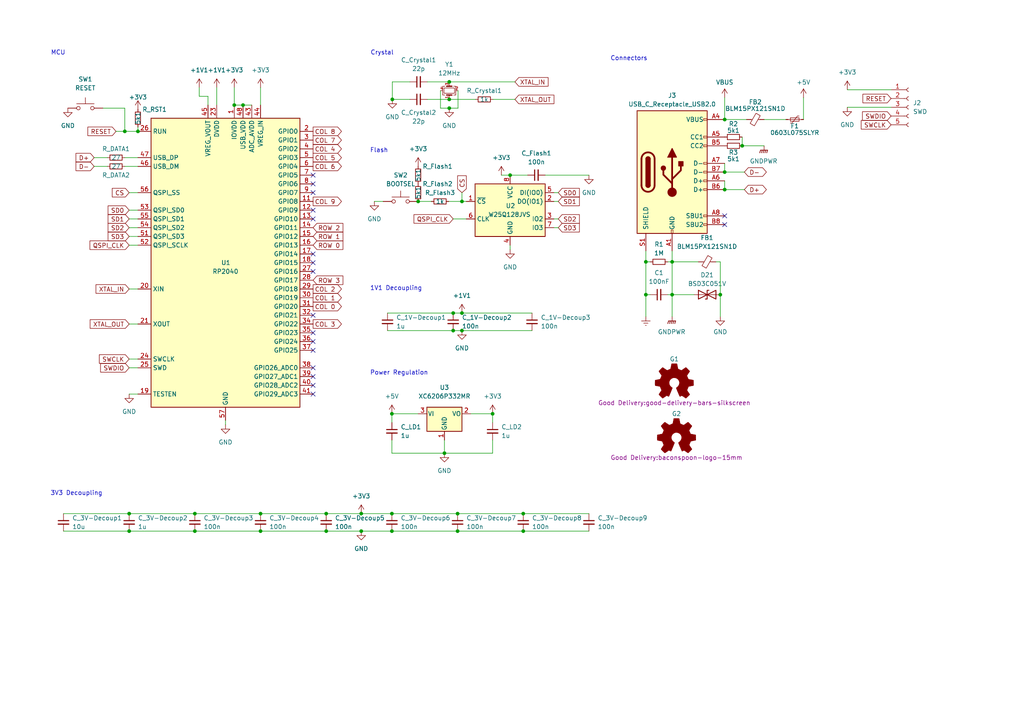
<source format=kicad_sch>
(kicad_sch (version 20230121) (generator eeschema)
  (paper "A4")
  (junction (at 132.715 148.971))
  (junction (at 113.665 148.971))
  (junction (at 67.945 30.48))
  (junction (at 75.565 154.051))
  (junction (at 75.565 148.971))
  (junction (at 58.42 -67.31))
  (junction (at 252.73 -49.53))
  (junction (at 67.31 -57.15))
  (junction (at 37.465 148.971))
  (junction (at 166.37 -67.31))
  (junction (at 133.985 58.42))
  (junction (at 144.78 -49.53))
  (junction (at 132.715 154.051))
  (junction (at 153.67 -74.93))
  (junction (at 210.185 49.911))
  (junction (at 153.67 -57.15))
  (junction (at 187.96 -49.53))
  (junction (at 94.615 148.971))
  (junction (at 130.302 28.829))
  (junction (at 147.955 50.8))
  (junction (at 209.55 -85.09))
  (junction (at 67.31 -21.59))
  (junction (at 151.765 154.051))
  (junction (at 153.67 -21.59))
  (junction (at 196.85 -21.59))
  (junction (at 110.49 -57.15))
  (junction (at 210.185 54.991))
  (junction (at 104.775 154.051))
  (junction (at 133.985 90.805))
  (junction (at 58.42 -85.09))
  (junction (at 70.485 30.48))
  (junction (at 142.875 120.015))
  (junction (at 113.665 120.015))
  (junction (at 166.37 -85.09))
  (junction (at 101.6 -85.09))
  (junction (at 56.515 148.971))
  (junction (at 196.85 -39.37))
  (junction (at 210.185 34.671))
  (junction (at 101.6 -67.31))
  (junction (at 194.945 85.471))
  (junction (at 104.775 148.971))
  (junction (at 187.96 -67.31))
  (junction (at 36.195 38.1))
  (junction (at 196.85 -74.93))
  (junction (at 110.49 -21.59))
  (junction (at 123.19 -67.31))
  (junction (at 110.49 -74.93))
  (junction (at 187.325 75.946))
  (junction (at 123.19 -85.09))
  (junction (at 130.302 31.369))
  (junction (at 110.49 -39.37))
  (junction (at 231.14 -85.09))
  (junction (at 40.005 38.1))
  (junction (at 131.445 95.885))
  (junction (at 252.73 -85.09))
  (junction (at 113.792 28.829))
  (junction (at 144.78 -85.09))
  (junction (at 101.6 -49.53))
  (junction (at 209.55 -49.53))
  (junction (at 130.302 23.749))
  (junction (at 128.905 131.445))
  (junction (at 187.325 85.471))
  (junction (at 215.265 42.291))
  (junction (at 151.765 148.971))
  (junction (at 166.37 -49.53))
  (junction (at 94.615 154.051))
  (junction (at 37.465 154.051))
  (junction (at 80.01 -67.31))
  (junction (at 231.14 -67.31))
  (junction (at 187.96 -85.09))
  (junction (at 67.31 -39.37))
  (junction (at 133.985 95.885))
  (junction (at 113.665 154.051))
  (junction (at 121.285 58.42))
  (junction (at 194.945 75.946))
  (junction (at 144.78 -67.31))
  (junction (at 56.515 154.051))
  (junction (at 209.55 -67.31))
  (junction (at 58.42 -49.53))
  (junction (at 252.73 -67.31))
  (junction (at 80.01 -85.09))
  (junction (at 208.915 85.471))
  (junction (at 231.14 -49.53))
  (junction (at 67.31 -74.93))
  (junction (at 131.445 90.805))
  (junction (at 153.67 -39.37))
  (junction (at 196.85 -57.15))
  (no_connect (at 90.805 99.06))
  (no_connect (at 90.805 101.6))
  (no_connect (at 290.195 -59.055))
  (no_connect (at 74.93 -44.45))
  (no_connect (at 90.805 55.88))
  (no_connect (at 90.805 78.74))
  (no_connect (at 90.805 50.8))
  (no_connect (at 210.185 62.611))
  (no_connect (at 90.805 63.5))
  (no_connect (at 90.805 60.96))
  (no_connect (at 90.805 106.68))
  (no_connect (at 90.805 73.66))
  (no_connect (at 90.805 109.22))
  (no_connect (at 90.805 91.44))
  (no_connect (at 90.805 76.2))
  (no_connect (at 90.805 53.34))
  (no_connect (at 90.805 96.52))
  (no_connect (at 118.11 -26.67))
  (no_connect (at 210.185 65.151))
  (no_connect (at 90.805 111.76))
  (no_connect (at 90.805 114.3))
  (wire (pts (xy 132.842 31.369) (xy 130.302 31.369)))
  (wire (pts (xy 37.465 148.971) (xy 56.515 148.971)))
  (wire (pts (xy 252.73 -67.31) (xy 252.73 -49.53)))
  (wire (pts (xy 210.185 34.671) (xy 216.535 34.671)))
  (wire (pts (xy 45.72 -57.15) (xy 67.31 -57.15)))
  (wire (pts (xy 57.785 25.4) (xy 57.785 27.94)))
  (wire (pts (xy 208.915 91.821) (xy 208.915 85.471)))
  (wire (pts (xy 67.945 25.4) (xy 67.945 30.48)))
  (wire (pts (xy 136.525 120.015) (xy 142.875 120.015)))
  (wire (pts (xy 18.415 148.971) (xy 37.465 148.971)))
  (wire (pts (xy 127.762 31.369) (xy 130.302 31.369)))
  (wire (pts (xy 113.665 154.051) (xy 132.715 154.051)))
  (wire (pts (xy 193.675 75.946) (xy 194.945 75.946)))
  (wire (pts (xy 62.865 25.4) (xy 62.865 30.48)))
  (wire (pts (xy 187.325 75.946) (xy 188.595 75.946)))
  (wire (pts (xy 27.305 48.26) (xy 31.115 48.26)))
  (wire (pts (xy 104.775 148.971) (xy 113.665 148.971)))
  (wire (pts (xy 113.792 23.749) (xy 113.792 28.829)))
  (wire (pts (xy 96.52 -80.01) (xy 102.87 -80.01)))
  (wire (pts (xy 226.06 -62.23) (xy 232.41 -62.23)))
  (wire (pts (xy 208.915 75.946) (xy 207.645 75.946)))
  (wire (pts (xy 130.302 28.829) (xy 137.922 28.829)))
  (wire (pts (xy 36.195 31.369) (xy 36.195 38.1)))
  (wire (pts (xy 210.185 49.911) (xy 215.9 49.911)))
  (wire (pts (xy 147.955 50.8) (xy 153.035 50.8)))
  (wire (pts (xy 110.49 -21.59) (xy 153.67 -21.59)))
  (wire (pts (xy 131.445 90.805) (xy 133.985 90.805)))
  (wire (pts (xy 18.415 154.051) (xy 37.465 154.051)))
  (wire (pts (xy 210.185 28.321) (xy 210.185 34.671)))
  (wire (pts (xy 113.792 23.749) (xy 118.872 23.749)))
  (wire (pts (xy 215.265 39.751) (xy 215.265 42.291)))
  (wire (pts (xy 131.445 63.5) (xy 135.255 63.5)))
  (wire (pts (xy 147.955 71.12) (xy 147.955 72.39)))
  (wire (pts (xy 37.465 71.12) (xy 40.005 71.12)))
  (wire (pts (xy 53.34 -26.67) (xy 59.69 -26.67)))
  (wire (pts (xy 132.715 148.971) (xy 151.765 148.971)))
  (wire (pts (xy 133.985 90.805) (xy 154.305 90.805)))
  (wire (pts (xy 45.72 -21.59) (xy 67.31 -21.59)))
  (wire (pts (xy 252.73 -49.53) (xy 252.73 -31.75)))
  (wire (pts (xy 80.01 -91.44) (xy 80.01 -85.09)))
  (wire (pts (xy 37.465 154.051) (xy 56.515 154.051)))
  (wire (pts (xy 94.615 148.971) (xy 104.775 148.971)))
  (wire (pts (xy 209.55 -91.44) (xy 209.55 -85.09)))
  (wire (pts (xy 75.565 148.971) (xy 94.615 148.971)))
  (wire (pts (xy 193.675 85.471) (xy 194.945 85.471)))
  (wire (pts (xy 37.465 106.68) (xy 40.005 106.68)))
  (wire (pts (xy 187.325 85.471) (xy 188.595 85.471)))
  (wire (pts (xy 166.37 -91.44) (xy 166.37 -85.09)))
  (wire (pts (xy 196.85 -57.15) (xy 153.67 -57.15)))
  (wire (pts (xy 208.915 85.471) (xy 208.915 75.946)))
  (wire (pts (xy 226.06 -26.67) (xy 232.41 -26.67)))
  (wire (pts (xy 113.665 120.015) (xy 121.285 120.015)))
  (wire (pts (xy 144.78 -67.31) (xy 144.78 -49.53)))
  (wire (pts (xy 187.96 -85.09) (xy 187.96 -67.31)))
  (wire (pts (xy 153.67 -39.37) (xy 196.85 -39.37)))
  (wire (pts (xy 37.465 55.88) (xy 40.005 55.88)))
  (wire (pts (xy 215.265 42.291) (xy 221.615 42.291)))
  (wire (pts (xy 233.045 28.321) (xy 233.045 34.671)))
  (wire (pts (xy 53.34 -44.45) (xy 59.69 -44.45)))
  (wire (pts (xy 151.765 148.971) (xy 170.815 148.971)))
  (wire (pts (xy 144.78 -85.09) (xy 144.78 -67.31)))
  (wire (pts (xy 110.49 -74.93) (xy 153.67 -74.93)))
  (wire (pts (xy 37.465 83.82) (xy 40.005 83.82)))
  (wire (pts (xy 53.34 -62.23) (xy 59.69 -62.23)))
  (wire (pts (xy 231.14 -49.53) (xy 231.14 -31.75)))
  (wire (pts (xy 133.985 55.88) (xy 133.985 58.42)))
  (wire (pts (xy 182.88 -80.01) (xy 189.23 -80.01)))
  (wire (pts (xy 67.31 -21.59) (xy 110.49 -21.59)))
  (wire (pts (xy 128.905 127.635) (xy 128.905 131.445)))
  (wire (pts (xy 123.952 23.749) (xy 130.302 23.749)))
  (wire (pts (xy 96.52 -44.45) (xy 102.87 -44.45)))
  (wire (pts (xy 104.775 154.051) (xy 113.665 154.051)))
  (wire (pts (xy 36.195 48.26) (xy 40.005 48.26)))
  (wire (pts (xy 139.7 -44.45) (xy 146.05 -44.45)))
  (wire (pts (xy 194.945 75.946) (xy 202.565 75.946)))
  (wire (pts (xy 209.55 -67.31) (xy 209.55 -49.53)))
  (wire (pts (xy 210.185 54.991) (xy 215.9 54.991)))
  (wire (pts (xy 67.31 -74.93) (xy 110.49 -74.93)))
  (wire (pts (xy 123.19 -91.44) (xy 123.19 -85.09)))
  (wire (pts (xy 45.72 -39.37) (xy 67.31 -39.37)))
  (wire (pts (xy 145.415 50.8) (xy 147.955 50.8)))
  (wire (pts (xy 142.875 122.555) (xy 142.875 120.015)))
  (wire (pts (xy 58.42 -91.44) (xy 58.42 -85.09)))
  (wire (pts (xy 33.655 38.1) (xy 36.195 38.1)))
  (wire (pts (xy 53.34 -80.01) (xy 59.69 -80.01)))
  (wire (pts (xy 166.37 -85.09) (xy 166.37 -67.31)))
  (wire (pts (xy 182.88 -44.45) (xy 189.23 -44.45)))
  (wire (pts (xy 108.585 58.42) (xy 111.125 58.42)))
  (wire (pts (xy 194.945 72.771) (xy 194.945 75.946)))
  (wire (pts (xy 144.78 -49.53) (xy 144.78 -31.75)))
  (wire (pts (xy 123.19 -85.09) (xy 123.19 -67.31)))
  (wire (pts (xy 96.52 -26.67) (xy 102.87 -26.67)))
  (wire (pts (xy 153.67 -57.15) (xy 110.49 -57.15)))
  (wire (pts (xy 67.945 30.48) (xy 70.485 30.48)))
  (wire (pts (xy 231.14 -67.31) (xy 231.14 -49.53)))
  (wire (pts (xy 121.285 58.42) (xy 125.095 58.42)))
  (wire (pts (xy 160.655 58.42) (xy 161.925 58.42)))
  (wire (pts (xy 75.565 154.051) (xy 94.615 154.051)))
  (wire (pts (xy 187.96 -49.53) (xy 187.96 -31.75)))
  (wire (pts (xy 187.96 -67.31) (xy 187.96 -49.53)))
  (wire (pts (xy 196.85 -21.59) (xy 240.03 -21.59)))
  (wire (pts (xy 160.655 55.88) (xy 161.925 55.88)))
  (wire (pts (xy 144.78 -91.44) (xy 144.78 -85.09)))
  (wire (pts (xy 94.615 154.051) (xy 104.775 154.051)))
  (wire (pts (xy 70.485 30.48) (xy 73.025 30.48)))
  (wire (pts (xy 67.31 -39.37) (xy 110.49 -39.37)))
  (wire (pts (xy 245.745 31.115) (xy 258.445 31.115)))
  (wire (pts (xy 36.195 45.72) (xy 40.005 45.72)))
  (wire (pts (xy 131.445 95.885) (xy 133.985 95.885)))
  (wire (pts (xy 196.85 -39.37) (xy 240.03 -39.37)))
  (wire (pts (xy 226.06 -44.45) (xy 232.41 -44.45)))
  (wire (pts (xy 80.01 -67.31) (xy 80.01 -31.75)))
  (wire (pts (xy 158.115 50.8) (xy 170.815 50.8)))
  (wire (pts (xy 130.302 23.749) (xy 149.352 23.749)))
  (wire (pts (xy 160.655 63.5) (xy 161.925 63.5)))
  (wire (pts (xy 80.01 -85.09) (xy 80.01 -67.31)))
  (wire (pts (xy 196.85 -74.93) (xy 240.03 -74.93)))
  (wire (pts (xy 187.325 75.946) (xy 187.325 85.471)))
  (wire (pts (xy 60.325 27.94) (xy 57.785 27.94)))
  (wire (pts (xy 58.42 -49.53) (xy 58.42 -31.75)))
  (wire (pts (xy 143.002 28.829) (xy 149.352 28.829)))
  (wire (pts (xy 45.72 -74.93) (xy 67.31 -74.93)))
  (wire (pts (xy 210.185 47.371) (xy 210.185 49.911)))
  (wire (pts (xy 187.325 72.771) (xy 187.325 75.946)))
  (wire (pts (xy 139.7 -62.23) (xy 146.05 -62.23)))
  (wire (pts (xy 37.465 60.96) (xy 40.005 60.96)))
  (wire (pts (xy 182.88 -62.23) (xy 189.23 -62.23)))
  (wire (pts (xy 56.515 154.051) (xy 75.565 154.051)))
  (wire (pts (xy 187.96 -91.44) (xy 187.96 -85.09)))
  (wire (pts (xy 60.325 30.48) (xy 60.325 27.94)))
  (wire (pts (xy 231.14 -85.09) (xy 231.14 -67.31)))
  (wire (pts (xy 37.465 114.3) (xy 40.005 114.3)))
  (wire (pts (xy 133.985 58.42) (xy 135.255 58.42)))
  (wire (pts (xy 210.185 52.451) (xy 210.185 54.991)))
  (wire (pts (xy 37.465 66.04) (xy 40.005 66.04)))
  (wire (pts (xy 58.42 -85.09) (xy 58.42 -67.31)))
  (wire (pts (xy 221.615 34.671) (xy 227.965 34.671)))
  (wire (pts (xy 112.395 95.885) (xy 131.445 95.885)))
  (wire (pts (xy 252.73 -91.44) (xy 252.73 -85.09)))
  (wire (pts (xy 194.945 85.471) (xy 194.945 91.821)))
  (wire (pts (xy 37.465 104.14) (xy 40.005 104.14)))
  (wire (pts (xy 142.875 127.635) (xy 142.875 131.445)))
  (wire (pts (xy 113.792 28.829) (xy 118.872 28.829)))
  (wire (pts (xy 166.37 -49.53) (xy 166.37 -31.75)))
  (wire (pts (xy 187.325 85.471) (xy 187.325 91.821)))
  (wire (pts (xy 127.762 26.289) (xy 127.762 31.369)))
  (wire (pts (xy 112.395 90.805) (xy 131.445 90.805)))
  (wire (pts (xy 37.465 68.58) (xy 40.005 68.58)))
  (wire (pts (xy 123.19 -67.31) (xy 123.19 -49.53)))
  (wire (pts (xy 194.945 85.471) (xy 201.295 85.471)))
  (wire (pts (xy 56.515 148.971) (xy 75.565 148.971)))
  (wire (pts (xy 209.55 -85.09) (xy 209.55 -67.31)))
  (wire (pts (xy 110.49 -39.37) (xy 153.67 -39.37)))
  (wire (pts (xy 27.305 45.72) (xy 31.115 45.72)))
  (wire (pts (xy 153.67 -21.59) (xy 196.85 -21.59)))
  (wire (pts (xy 101.6 -67.31) (xy 101.6 -49.53)))
  (wire (pts (xy 189.23 -26.67) (xy 182.88 -26.67)))
  (wire (pts (xy 113.665 127.635) (xy 113.665 131.445)))
  (wire (pts (xy 96.52 -62.23) (xy 102.87 -62.23)))
  (wire (pts (xy 231.14 -91.44) (xy 231.14 -85.09)))
  (wire (pts (xy 240.03 -57.15) (xy 196.85 -57.15)))
  (wire (pts (xy 36.195 38.1) (xy 40.005 38.1)))
  (wire (pts (xy 101.6 -85.09) (xy 101.6 -67.31)))
  (wire (pts (xy 132.842 26.289) (xy 132.842 31.369)))
  (wire (pts (xy 194.945 75.946) (xy 194.945 85.471)))
  (wire (pts (xy 128.905 131.445) (xy 142.875 131.445)))
  (wire (pts (xy 245.745 26.035) (xy 258.445 26.035)))
  (wire (pts (xy 110.49 -57.15) (xy 67.31 -57.15)))
  (wire (pts (xy 58.42 -67.31) (xy 58.42 -49.53)))
  (wire (pts (xy 101.6 -91.44) (xy 101.6 -85.09)))
  (wire (pts (xy 133.985 95.885) (xy 154.305 95.885)))
  (wire (pts (xy 113.665 148.971) (xy 132.715 148.971)))
  (wire (pts (xy 166.37 -67.31) (xy 166.37 -49.53)))
  (wire (pts (xy 252.73 -85.09) (xy 252.73 -67.31)))
  (wire (pts (xy 130.175 58.42) (xy 133.985 58.42)))
  (wire (pts (xy 113.665 120.015) (xy 113.665 122.555)))
  (wire (pts (xy 37.465 93.98) (xy 40.005 93.98)))
  (wire (pts (xy 151.765 154.051) (xy 170.815 154.051)))
  (wire (pts (xy 139.7 -80.01) (xy 146.05 -80.01)))
  (wire (pts (xy 139.7 -26.67) (xy 146.05 -26.67)))
  (wire (pts (xy 153.67 -74.93) (xy 196.85 -74.93)))
  (wire (pts (xy 75.565 25.4) (xy 75.565 30.48)))
  (wire (pts (xy 29.845 31.369) (xy 36.195 31.369)))
  (wire (pts (xy 101.6 -49.53) (xy 101.6 -31.75)))
  (wire (pts (xy 37.465 63.5) (xy 40.005 63.5)))
  (wire (pts (xy 160.655 66.04) (xy 161.925 66.04)))
  (wire (pts (xy 226.06 -80.01) (xy 232.41 -80.01)))
  (wire (pts (xy 113.665 131.445) (xy 128.905 131.445)))
  (wire (pts (xy 65.405 121.92) (xy 65.405 123.19)))
  (wire (pts (xy 123.952 28.829) (xy 130.302 28.829)))
  (wire (pts (xy 209.55 -49.53) (xy 209.55 -31.75)))
  (wire (pts (xy 40.005 36.83) (xy 40.005 38.1)))
  (wire (pts (xy 132.715 154.051) (xy 151.765 154.051)))
  (text "Power Regulation\n" (at 107.315 108.966 0) (effects (font (size 1.27 1.27)) (justify left bottom)))
  (text "Flash" (at 107.315 44.45 0) (effects (font (size 1.27 1.27)) (justify left bottom)))
  (text "MCU" (at 14.732 16.129 0) (effects (font (size 1.27 1.27)) (justify left bottom)))
  (text "3V3 Decoupling" (at 14.605 143.891 0) (effects (font (size 1.27 1.27)) (justify left bottom)))
  (text "Connectors\n" (at 177.038 17.78 0) (effects (font (size 1.27 1.27)) (justify left bottom)))
  (text "1V1 Decoupling\n" (at 107.315 84.455 0) (effects (font (size 1.27 1.27)) (justify left bottom)))
  (text "Crystal\n" (at 107.442 16.129 0) (effects (font (size 1.27 1.27)) (justify left bottom)))
  (global_label "SWDIO" (shape input) (at 37.465 106.68 180) (property "Intersheetrefs" "${INTERSHEET_REFS}" (effects hide)))
  (global_label "COL 2" (shape input) (at 101.6 -91.44 90) (property "Intersheetrefs" "${INTERSHEET_REFS}" (effects hide)))
  (global_label "XTAL_IN" (shape input) (at 37.465 83.82 180) (property "Intersheetrefs" "${INTERSHEET_REFS}" (effects hide)))
  (global_label "COL 0" (shape input) (at 58.42 -91.44 90) (property "Intersheetrefs" "${INTERSHEET_REFS}" (effects hide)))
  (global_label "QSPI_CLK" (shape input) (at 37.465 71.12 180) (property "Intersheetrefs" "${INTERSHEET_REFS}" (effects hide)))
  (global_label "ROW 2" (shape input) (at 90.805 66.04 0) (property "Intersheetrefs" "${INTERSHEET_REFS}" (effects hide)))
  (global_label "SWDIO" (shape input) (at 258.445 33.655 180) (property "Intersheetrefs" "${INTERSHEET_REFS}" (effects hide)))
  (global_label "COL 6" (shape output) (at 90.805 48.26 0) (property "Intersheetrefs" "${INTERSHEET_REFS}" (effects hide)))
  (global_label "SWCLK" (shape input) (at 258.445 36.195 180) (property "Intersheetrefs" "${INTERSHEET_REFS}" (effects hide)))
  (global_label "COL 3" (shape input) (at 123.19 -91.44 90) (property "Intersheetrefs" "${INTERSHEET_REFS}" (effects hide)))
  (global_label "COL 4" (shape output) (at 90.805 43.18 0) (property "Intersheetrefs" "${INTERSHEET_REFS}" (effects hide)))
  (global_label "SD1" (shape input) (at 161.925 58.42 0) (property "Intersheetrefs" "${INTERSHEET_REFS}" (effects hide)))
  (global_label "D+" (shape input) (at 27.305 45.72 180) (property "Intersheetrefs" "${INTERSHEET_REFS}" (effects hide)))
  (global_label "SD0" (shape input) (at 161.925 55.88 0) (property "Intersheetrefs" "${INTERSHEET_REFS}" (effects hide)))
  (global_label "COL 3" (shape output) (at 90.805 93.98 0) (property "Intersheetrefs" "${INTERSHEET_REFS}" (effects hide)))
  (global_label "SD3" (shape input) (at 161.925 66.04 0) (property "Intersheetrefs" "${INTERSHEET_REFS}" (effects hide)))
  (global_label "COL 4" (shape input) (at 144.78 -91.44 90) (property "Intersheetrefs" "${INTERSHEET_REFS}" (effects hide)))
  (global_label "SWCLK" (shape input) (at 37.465 104.14 180) (property "Intersheetrefs" "${INTERSHEET_REFS}" (effects hide)))
  (global_label "RESET" (shape input) (at 33.655 38.1 180) (property "Intersheetrefs" "${INTERSHEET_REFS}" (effects hide)))
  (global_label "SD3" (shape input) (at 37.465 68.58 180) (property "Intersheetrefs" "${INTERSHEET_REFS}" (effects hide)))
  (global_label "COL 1" (shape input) (at 80.01 -91.44 90) (property "Intersheetrefs" "${INTERSHEET_REFS}" (effects hide)))
  (global_label "COL 6" (shape input) (at 187.96 -91.44 90) (property "Intersheetrefs" "${INTERSHEET_REFS}" (effects hide)))
  (global_label "ROW 0" (shape output) (at 45.72 -74.93 180) (property "Intersheetrefs" "${INTERSHEET_REFS}" (effects hide)))
  (global_label "XTAL_OUT" (shape input) (at 37.465 93.98 180) (property "Intersheetrefs" "${INTERSHEET_REFS}" (effects hide)))
  (global_label "SD1" (shape input) (at 37.465 63.5 180) (property "Intersheetrefs" "${INTERSHEET_REFS}" (effects hide)))
  (global_label "ROW 2" (shape output) (at 45.72 -39.37 180) (property "Intersheetrefs" "${INTERSHEET_REFS}" (effects hide)))
  (global_label "ROW 1" (shape input) (at 90.805 68.58 0) (property "Intersheetrefs" "${INTERSHEET_REFS}" (effects hide)))
  (global_label "SD0" (shape input) (at 37.465 60.96 180) (property "Intersheetrefs" "${INTERSHEET_REFS}" (effects hide)))
  (global_label "COL 5" (shape input) (at 166.37 -91.44 90) (property "Intersheetrefs" "${INTERSHEET_REFS}" (effects hide)))
  (global_label "COL 8" (shape input) (at 231.14 -91.44 90) (property "Intersheetrefs" "${INTERSHEET_REFS}" (effects hide)))
  (global_label "COL 9" (shape output) (at 90.805 58.42 0) (property "Intersheetrefs" "${INTERSHEET_REFS}" (effects hide)))
  (global_label "ROW 0" (shape input) (at 90.805 71.12 0) (property "Intersheetrefs" "${INTERSHEET_REFS}" (effects hide)))
  (global_label "COL 7" (shape input) (at 209.55 -91.44 90) (property "Intersheetrefs" "${INTERSHEET_REFS}" (effects hide)))
  (global_label "ROW 3" (shape input) (at 90.805 81.28 0) (property "Intersheetrefs" "${INTERSHEET_REFS}" (effects hide)))
  (global_label "COL 8" (shape output) (at 90.805 38.1 0) (property "Intersheetrefs" "${INTERSHEET_REFS}" (effects hide)))
  (global_label "COL 1" (shape output) (at 90.805 86.36 0) (property "Intersheetrefs" "${INTERSHEET_REFS}" (effects hide)))
  (global_label "COL 2" (shape output) (at 90.805 83.82 0) (property "Intersheetrefs" "${INTERSHEET_REFS}" (effects hide)))
  (global_label "XTAL_IN" (shape input) (at 149.352 23.749 0) (property "Intersheetrefs" "${INTERSHEET_REFS}" (effects hide)))
  (global_label "COL 0" (shape output) (at 90.805 88.9 0) (property "Intersheetrefs" "${INTERSHEET_REFS}" (effects hide)))
  (global_label "SD2" (shape input) (at 161.925 63.5 0) (property "Intersheetrefs" "${INTERSHEET_REFS}" (effects hide)))
  (global_label "ROW 3" (shape output) (at 45.72 -21.59 180) (property "Intersheetrefs" "${INTERSHEET_REFS}" (effects hide)))
  (global_label "RESET" (shape input) (at 258.445 28.575 180) (property "Intersheetrefs" "${INTERSHEET_REFS}" (effects hide)))
  (global_label "QSPI_CLK" (shape input) (at 131.445 63.5 180) (property "Intersheetrefs" "${INTERSHEET_REFS}" (effects hide)))
  (global_label "D-" (shape input) (at 27.305 48.26 180) (property "Intersheetrefs" "${INTERSHEET_REFS}" (effects hide)))
  (global_label "SD2" (shape input) (at 37.465 66.04 180) (property "Intersheetrefs" "${INTERSHEET_REFS}" (effects hide)))
  (global_label "CS" (shape input) (at 37.465 55.88 180) (property "Intersheetrefs" "${INTERSHEET_REFS}" (effects hide)))
  (global_label "D+" (shape bidirectional) (at 215.9 54.991 0) (property "Intersheetrefs" "${INTERSHEET_REFS}" (effects hide)))
  (global_label "COL 7" (shape output) (at 90.805 40.64 0) (property "Intersheetrefs" "${INTERSHEET_REFS}" (effects hide)))
  (global_label "XTAL_OUT" (shape input) (at 149.352 28.829 0) (property "Intersheetrefs" "${INTERSHEET_REFS}" (effects hide)))
  (global_label "CS" (shape input) (at 133.985 55.88 90) (property "Intersheetrefs" "${INTERSHEET_REFS}" (effects hide)))
  (global_label "COL 5" (shape output) (at 90.805 45.72 0) (property "Intersheetrefs" "${INTERSHEET_REFS}" (effects hide)))
  (global_label "COL 9" (shape input) (at 252.73 -91.44 90) (property "Intersheetrefs" "${INTERSHEET_REFS}" (effects hide)))
  (global_label "ROW 1" (shape output) (at 45.72 -57.15 180) (property "Intersheetrefs" "${INTERSHEET_REFS}" (effects hide)))
  (global_label "D-" (shape bidirectional) (at 215.9 49.911 0) (property "Intersheetrefs" "${INTERSHEET_REFS}" (effects hide)))
  (symbol (lib_id "Device:R_Small") (at 191.135 75.946 90) (unit 1)
    (property "Reference" "R1" (at 191.135 70.866 90))
    (property "Value" "1M" (at 191.135 73.406 90))
    (property "Footprint" "Resistor_SMD:R_0603_1608Metric" (effects hide))
    (property "Datasheet" "https://datasheet.lcsc.com/lcsc/2206021245_VO-SCR0603F1M_C3016422.pdf" (effects hide))
    (property "LCSC" "C3016422" (effects hide))
  )
  (symbol (lib_id "Device:C_Small") (at 112.395 93.345 0) (unit 1)
    (property "Reference" "C_1V-Decoup1" (at 114.935 92.0812 0) (effects (justify left)))
    (property "Value" "1u" (at 114.935 94.6212 0) (effects (justify left)))
    (property "Footprint" "Capacitor_SMD:C_0402_1005Metric" (effects hide))
  )
  (symbol (lib_id "MX_Alps_Hybrid:MX-NoLED") (at 140.97 -66.04 0) (unit 1)
    (property "Reference" "MX17" (at 141.8082 -71.7042 0) (effects (font (size 1.524 1.524))))
    (property "Value" "MX-NoLED" (at 141.8082 -69.8246 0) (effects (font (size 0.508 0.508))))
    (property "Footprint" "MX_Hotswap_Alps_Solder:1U-MX-Hotswap-Alps-Solder-PadSwapped" (effects hide))
  )
  (symbol (lib_id "power:GND") (at 108.585 58.42 0) (unit 1)
    (property "Reference" "#PWR09" (effects hide))
    (property "Value" "GND" (at 108.585 63.5 0))
  )
  (symbol (lib_id "Device:C_Small") (at 121.412 23.749 90) (unit 1)
    (property "Reference" "C_Crystal1" (at 121.4183 17.399 90))
    (property "Value" "22p" (at 121.4183 19.939 90))
    (property "Footprint" "Capacitor_SMD:C_0402_1005Metric" (effects hide))
  )
  (symbol (lib_id "power:+1V1") (at 133.985 90.805 0) (unit 1)
    (property "Reference" "#PWR013" (effects hide))
    (property "Value" "+1V1" (at 133.985 85.725 0))
  )
  (symbol (lib_id "power:GND") (at 208.915 91.821 0) (unit 1)
    (property "Reference" "#PWR029" (effects hide))
    (property "Value" "GND" (at 208.915 96.266 0))
  )
  (symbol (lib_id "Device:C_Small") (at 154.305 93.345 0) (unit 1)
    (property "Reference" "C_1V-Decoup3" (at 156.845 92.0813 0) (effects (justify left)))
    (property "Value" "100n" (at 156.845 94.6213 0) (effects (justify left)))
    (property "Footprint" "Capacitor_SMD:C_0402_1005Metric" (effects hide))
  )
  (symbol (lib_id "power:+3V3") (at 40.005 31.75 0) (unit 1)
    (property "Reference" "#PWR03" (effects hide))
    (property "Value" "+3V3" (at 40.005 28.194 0))
  )
  (symbol (lib_id "Connector:Conn_01x05_Female") (at 263.525 31.115 0) (unit 1) (in_bom no)
    (property "Reference" "J2" (at 264.795 29.8449 0) (effects (justify left)))
    (property "Value" "SWD" (at 264.795 32.3849 0) (effects (justify left)))
    (property "Footprint" "Connector_PinHeader_2.54mm:PinHeader_1x05_P2.54mm_Vertical" (effects hide))
  )
  (symbol (lib_id "Diode:BAV70") (at 153.67 -44.45 0) (mirror y) (unit 1)
    (property "Reference" "D11" (at 153.67 -49.9618 0))
    (property "Value" "BAV70" (at 153.67 -47.6504 0))
    (property "Footprint" "Package_TO_SOT_SMD:SOT-23" (effects hide))
    (property "Datasheet" "https://assets.nexperia.com/documents/data-sheet/BAV70_SER.pdf" (effects hide))
  )
  (symbol (lib_id "MX_Alps_Hybrid:MX-NoLED") (at 248.92 -48.26 0) (unit 1)
    (property "Reference" "MX37" (at 249.7582 -53.9242 0) (effects (font (size 1.524 1.524))))
    (property "Value" "MX-NoLED" (at 249.7582 -52.0446 0) (effects (font (size 0.508 0.508))))
    (property "Footprint" "MX_Hotswap_Alps_Solder:1.5U-MX-Hotswap-Alps-Solder" (effects hide))
  )
  (symbol (lib_id "MX_Alps_Hybrid:MX-NoLED") (at 97.79 -48.26 0) (unit 1)
    (property "Reference" "MX11" (at 98.6282 -53.9242 0) (effects (font (size 1.524 1.524))))
    (property "Value" "MX-NoLED" (at 98.6282 -52.0446 0) (effects (font (size 0.508 0.508))))
    (property "Footprint" "MX_Hotswap_Alps_Solder:1U-MX-Hotswap-Alps-Solder-PadSwapped" (effects hide))
  )
  (symbol (lib_id "Device:R_Small") (at 140.462 28.829 90) (unit 1)
    (property "Reference" "R_Crystal1" (at 140.462 26.289 90))
    (property "Value" "1k" (at 140.462 28.829 90))
    (property "Footprint" "Resistor_SMD:R_0402_1005Metric" (effects hide))
  )
  (symbol (lib_id "MX_Alps_Hybrid:MX-NoLED") (at 227.33 -30.48 0) (unit 1)
    (property "Reference" "MX34" (at 228.1682 -36.1442 0) (effects (font (size 1.524 1.524))))
    (property "Value" "MX-NoLED" (at 228.1682 -34.2646 0) (effects (font (size 0.508 0.508))))
    (property "Footprint" "MX_Hotswap_Alps_Solder:1U-MX-Hotswap-Alps-Solder-PadSwapped" (effects hide))
  )
  (symbol (lib_id "Device:R_Small") (at 33.655 45.72 90) (unit 1)
    (property "Reference" "R_DATA1" (at 33.655 43.18 90))
    (property "Value" "27" (at 33.655 45.72 90))
    (property "Footprint" "Resistor_SMD:R_0402_1005Metric" (effects hide))
  )
  (symbol (lib_id "Device:R_Small") (at 121.285 50.8 0) (unit 1)
    (property "Reference" "R_Flash1" (at 122.555 48.26 0) (effects (justify left)))
    (property "Value" "5k1" (at 121.285 50.8 90))
    (property "Footprint" "Resistor_SMD:R_0402_1005Metric" (effects hide))
  )
  (symbol (lib_id "MX_Alps_Hybrid:MX-NoLED") (at 54.61 -48.26 0) (unit 1)
    (property "Reference" "MX3" (at 55.4482 -53.9242 0) (effects (font (size 1.524 1.524))))
    (property "Value" "MX-NoLED" (at 55.4482 -52.0446 0) (effects (font (size 0.508 0.508))))
    (property "Footprint" "MX_Hotswap_Alps_Solder:1.5U-MX-Hotswap-Alps-Solder" (effects hide))
  )
  (symbol (lib_id "power:+1V1") (at 57.785 25.4 0) (unit 1)
    (property "Reference" "#PWR04" (effects hide))
    (property "Value" "+1V1" (at 57.785 20.32 0))
  )
  (symbol (lib_id "Diode:BAV70") (at 240.03 -80.01 0) (mirror y) (unit 1)
    (property "Reference" "D17" (at 240.03 -85.5218 0))
    (property "Value" "BAV70" (at 240.03 -83.2104 0))
    (property "Footprint" "Package_TO_SOT_SMD:SOT-23" (effects hide))
    (property "Datasheet" "https://assets.nexperia.com/documents/data-sheet/BAV70_SER.pdf" (effects hide))
  )
  (symbol (lib_id "MX_Alps_Hybrid:MX-NoLED") (at 76.2 -66.04 0) (unit 1)
    (property "Reference" "MX7" (at 77.0382 -71.7042 0) (effects (font (size 1.524 1.524))))
    (property "Value" "MX-NoLED" (at 77.0382 -69.8246 0) (effects (font (size 0.508 0.508))))
    (property "Footprint" "MX_Hotswap_Alps_Solder:1U-MX-Hotswap-Alps-Solder-PadSwapped" (effects hide))
  )
  (symbol (lib_id "power:GNDPWR") (at 221.615 42.291 0) (unit 1)
    (property "Reference" "#PWR031" (effects hide))
    (property "Value" "GNDPWR" (at 221.488 46.736 0))
  )
  (symbol (lib_id "power:GND") (at 130.302 31.369 0) (unit 1)
    (property "Reference" "#PWR012" (effects hide))
    (property "Value" "GND" (at 130.302 36.449 0))
  )
  (symbol (lib_id "Device:C_Small") (at 113.665 151.511 0) (unit 1)
    (property "Reference" "C_3V-Decoup6" (at 116.205 150.2473 0) (effects (justify left)))
    (property "Value" "100n" (at 116.205 152.7873 0) (effects (justify left)))
    (property "Footprint" "Capacitor_SMD:C_0402_1005Metric" (effects hide))
  )
  (symbol (lib_id "MX_Alps_Hybrid:MX-NoLED") (at 119.38 -66.04 0) (unit 1)
    (property "Reference" "MX14" (at 120.2182 -71.7042 0) (effects (font (size 1.524 1.524))))
    (property "Value" "MX-NoLED" (at 120.2182 -69.8246 0) (effects (font (size 0.508 0.508))))
    (property "Footprint" "MX_Hotswap_Alps_Solder:1U-MX-Hotswap-Alps-Solder-PadSwapped" (effects hide))
  )
  (symbol (lib_id "Graphic:Logo_Open_Hardware_Small") (at 195.58 111.125 0) (unit 1) (in_bom no)
    (property "Reference" "G1" (at 195.58 104.14 0))
    (property "Value" "Logo_Open_Hardware_Small" (effects hide))
    (property "Footprint" "Good Delivery:good-delivery-bars-silkscreen" (at 195.58 116.84 0))
    (property "Sim.Enable" "0" (effects hide))
  )
  (symbol (lib_id "power:+3V3") (at 104.775 148.971 0) (unit 1)
    (property "Reference" "#PWR021" (effects hide))
    (property "Value" "+3V3" (at 104.775 143.891 0))
  )
  (symbol (lib_id "MX_Alps_Hybrid:MX-NoLED") (at 54.61 -66.04 0) (unit 1)
    (property "Reference" "MX2" (at 55.4482 -71.7042 0) (effects (font (size 1.524 1.524))))
    (property "Value" "MX-NoLED" (at 55.4482 -69.8246 0) (effects (font (size 0.508 0.508))))
    (property "Footprint" "MX_Hotswap_Alps_Solder:1U-MX-Hotswap-Alps-Solder" (effects hide))
  )
  (symbol (lib_id "Device:C_Small") (at 131.445 93.345 0) (unit 1)
    (property "Reference" "C_1V-Decoup2" (at 133.985 92.0813 0) (effects (justify left)))
    (property "Value" "100n" (at 133.985 94.6213 0) (effects (justify left)))
    (property "Footprint" "Capacitor_SMD:C_0402_1005Metric" (effects hide))
  )
  (symbol (lib_id "power:GND") (at 133.985 95.885 0) (unit 1)
    (property "Reference" "#PWR014" (effects hide))
    (property "Value" "GND" (at 133.985 100.965 0))
  )
  (symbol (lib_id "MX_Alps_Hybrid:MX-NoLED") (at 140.97 -83.82 0) (unit 1)
    (property "Reference" "MX16" (at 141.8082 -89.4842 0) (effects (font (size 1.524 1.524))))
    (property "Value" "MX-NoLED" (at 141.8082 -87.6046 0) (effects (font (size 0.508 0.508))))
    (property "Footprint" "MX_Hotswap_Alps_Solder:1U-MX-Hotswap-Alps-Solder-PadSwapped" (effects hide))
  )
  (symbol (lib_id "Diode:BAV70") (at 153.67 -62.23 0) (mirror y) (unit 1)
    (property "Reference" "D10" (at 153.67 -67.7418 0))
    (property "Value" "BAV70" (at 153.67 -65.4304 0))
    (property "Footprint" "Package_TO_SOT_SMD:SOT-23" (effects hide))
    (property "Datasheet" "https://assets.nexperia.com/documents/data-sheet/BAV70_SER.pdf" (effects hide))
  )
  (symbol (lib_id "MX_Alps_Hybrid:MX-NoLED") (at 205.74 -30.48 0) (unit 1)
    (property "Reference" "MX31" (at 206.5782 -36.1442 0) (effects (font (size 1.524 1.524))))
    (property "Value" "MX-NoLED" (at 206.5782 -34.2646 0) (effects (font (size 0.508 0.508))))
    (property "Footprint" "MX_Hotswap_Alps_Solder:1U-MX-Hotswap-Alps-Solder-PadSwapped" (effects hide))
  )
  (symbol (lib_id "power:+1V1") (at 62.865 25.4 0) (unit 1)
    (property "Reference" "#PWR05" (effects hide))
    (property "Value" "+1V1" (at 62.865 20.32 0))
  )
  (symbol (lib_id "Device:C_Small") (at 113.665 125.095 0) (unit 1)
    (property "Reference" "C_LD1" (at 116.205 123.8312 0) (effects (justify left)))
    (property "Value" "1u" (at 116.205 126.3712 0) (effects (justify left)))
    (property "Footprint" "Capacitor_SMD:C_0402_1005Metric" (effects hide))
  )
  (symbol (lib_id "power:+3V3") (at 142.875 120.015 0) (unit 1)
    (property "Reference" "#PWR026" (effects hide))
    (property "Value" "+3V3" (at 142.875 114.935 0))
  )
  (symbol (lib_id "power:GND") (at 147.955 72.39 0) (unit 1)
    (property "Reference" "#PWR016" (effects hide))
    (property "Value" "GND" (at 147.955 77.47 0))
  )
  (symbol (lib_id "Device:R_Small") (at 121.285 55.88 0) (unit 1)
    (property "Reference" "R_Flash2" (at 122.555 53.34 0) (effects (justify left)))
    (property "Value" "5k1" (at 121.285 55.88 90))
    (property "Footprint" "Resistor_SMD:R_0402_1005Metric" (effects hide))
  )
  (symbol (lib_id "power:+3V3") (at 67.945 25.4 0) (unit 1)
    (property "Reference" "#PWR07" (effects hide))
    (property "Value" "+3V3" (at 67.945 20.32 0))
  )
  (symbol (lib_id "Device:R_Small") (at 40.005 34.29 0) (unit 1)
    (property "Reference" "R_RST1" (at 41.275 31.75 0) (effects (justify left)))
    (property "Value" "5k1" (at 40.005 34.29 90))
    (property "Footprint" "Resistor_SMD:R_0402_1005Metric" (effects hide))
  )
  (symbol (lib_id "MX_Alps_Hybrid:MX-NoLED") (at 119.38 -83.82 0) (unit 1)
    (property "Reference" "MX13" (at 120.2182 -89.4842 0) (effects (font (size 1.524 1.524))))
    (property "Value" "MX-NoLED" (at 120.2182 -87.6046 0) (effects (font (size 0.508 0.508))))
    (property "Footprint" "MX_Hotswap_Alps_Solder:1U-MX-Hotswap-Alps-Solder-PadSwapped" (effects hide))
  )
  (symbol (lib_id "MX_Alps_Hybrid:MX-NoLED") (at 97.79 -30.48 0) (unit 1)
    (property "Reference" "MX12" (at 98.6282 -36.1442 0) (effects (font (size 1.524 1.524))))
    (property "Value" "MX-NoLED" (at 98.6282 -34.2646 0) (effects (font (size 0.508 0.508))))
    (property "Footprint" "MX_Hotswap_Alps_Solder:1U-MX-Hotswap-Alps-Solder-PadSwapped" (effects hide))
  )
  (symbol (lib_id "Device:R_Small") (at 212.725 42.291 90) (unit 1)
    (property "Reference" "R3" (at 212.725 44.196 90))
    (property "Value" "5k1" (at 212.725 46.101 90))
    (property "Footprint" "Resistor_SMD:R_0402_1005Metric" (effects hide))
    (property "LCSC" "C103086" (effects hide))
  )
  (symbol (lib_id "power:GND") (at 113.792 28.829 0) (unit 1)
    (property "Reference" "#PWR010" (effects hide))
    (property "Value" "GND" (at 113.792 33.909 0))
  )
  (symbol (lib_id "Diode:BAV70") (at 153.67 -80.01 0) (mirror y) (unit 1)
    (property "Reference" "D9" (at 153.67 -85.5218 0))
    (property "Value" "BAV70" (at 153.67 -83.2104 0))
    (property "Footprint" "Package_TO_SOT_SMD:SOT-23" (effects hide))
    (property "Datasheet" "https://assets.nexperia.com/documents/data-sheet/BAV70_SER.pdf" (effects hide))
  )
  (symbol (lib_id "Switch:SW_Push") (at 116.205 58.42 0) (unit 1)
    (property "Reference" "SW2" (at 116.205 50.8 0))
    (property "Value" "BOOTSEL" (at 116.205 53.34 0))
    (property "Footprint" "Button_Switch_SMD:SW_SPST_TL3342" (effects hide))
    (property "LCSC" "C318884" (effects hide))
  )
  (symbol (lib_id "MX_Alps_Hybrid:MX-NoLED") (at 76.2 -83.82 0) (unit 1)
    (property "Reference" "MX6" (at 77.0382 -89.4842 0) (effects (font (size 1.524 1.524))))
    (property "Value" "MX-NoLED" (at 77.0382 -87.6046 0) (effects (font (size 0.508 0.508))))
    (property "Footprint" "MX_Hotswap_Alps_Solder:1U-MX-Hotswap-Alps-Solder-PadSwapped" (effects hide))
  )
  (symbol (lib_id "Diode:BAV70") (at 67.31 -44.45 0) (mirror y) (unit 1)
    (property "Reference" "D3" (at 67.31 -49.9618 0))
    (property "Value" "BAV70" (at 67.31 -47.6504 0))
    (property "Footprint" "Package_TO_SOT_SMD:SOT-23" (effects hide))
    (property "Datasheet" "https://assets.nexperia.com/documents/data-sheet/BAV70_SER.pdf" (effects hide))
  )
  (symbol (lib_id "Device:C_Small") (at 170.815 151.511 0) (unit 1)
    (property "Reference" "C_3V-Decoup9" (at 173.355 150.2473 0) (effects (justify left)))
    (property "Value" "100n" (at 173.355 152.7873 0) (effects (justify left)))
    (property "Footprint" "Capacitor_SMD:C_0402_1005Metric" (effects hide))
  )
  (symbol (lib_id "Diode:BAV70") (at 67.31 -26.67 0) (mirror y) (unit 1)
    (property "Reference" "D4" (at 67.31 -32.1818 0))
    (property "Value" "BAV70" (at 67.31 -29.8704 0))
    (property "Footprint" "Package_TO_SOT_SMD:SOT-23" (effects hide))
    (property "Datasheet" "https://assets.nexperia.com/documents/data-sheet/BAV70_SER.pdf" (effects hide))
  )
  (symbol (lib_id "Device:C_Small") (at 132.715 151.511 0) (unit 1)
    (property "Reference" "C_3V-Decoup7" (at 135.255 150.2473 0) (effects (justify left)))
    (property "Value" "100n" (at 135.255 152.7873 0) (effects (justify left)))
    (property "Footprint" "Capacitor_SMD:C_0402_1005Metric" (effects hide))
  )
  (symbol (lib_id "MX_Alps_Hybrid:MX-NoLED") (at 205.74 -48.26 0) (unit 1)
    (property "Reference" "MX30" (at 206.5782 -53.9242 0) (effects (font (size 1.524 1.524))))
    (property "Value" "MX-NoLED" (at 206.5782 -52.0446 0) (effects (font (size 0.508 0.508))))
    (property "Footprint" "MX_Hotswap_Alps_Solder:1U-MX-Hotswap-Alps-Solder-PadSwapped" (effects hide))
  )
  (symbol (lib_id "power:+3V3") (at 121.285 48.26 0) (unit 1)
    (property "Reference" "#PWR011" (effects hide))
    (property "Value" "+3V3" (at 121.285 43.18 0))
  )
  (symbol (lib_id "Device:C_Small") (at 142.875 125.095 0) (unit 1)
    (property "Reference" "C_LD2" (at 145.415 123.8312 0) (effects (justify left)))
    (property "Value" "1u" (at 145.415 126.3712 0) (effects (justify left)))
    (property "Footprint" "Capacitor_SMD:C_0402_1005Metric" (effects hide))
  )
  (symbol (lib_id "Device:FerriteBead_Small") (at 219.075 34.671 90) (unit 1)
    (property "Reference" "FB2" (at 219.075 29.591 90))
    (property "Value" "BLM15PX121SN1D" (at 219.075 31.496 90))
    (property "Footprint" "Inductor_SMD:L_0402_1005Metric" (effects hide))
    (property "Datasheet" "https://datasheet.lcsc.com/lcsc/2304140030_Murata-Electronics-BLM15PX121SN1D_C88970.pdf" (effects hide))
    (property "LCSC" "C88970" (effects hide))
    (property "Description" "55mΩ ±25% 120Ω@100MHz 0402 Ferrite Bead" (effects hide))
  )
  (symbol (lib_id "power:+3V3") (at 145.415 50.8 0) (unit 1)
    (property "Reference" "#PWR015" (effects hide))
    (property "Value" "+3V3" (at 145.415 45.72 0))
  )
  (symbol (lib_id "MX_Alps_Hybrid:MX-NoLED") (at 248.92 -30.48 0) (unit 1)
    (property "Reference" "MX38" (at 249.7582 -36.1442 0) (effects (font (size 1.524 1.524))))
    (property "Value" "MX-NoLED" (at 249.7582 -34.2646 0) (effects (font (size 0.508 0.508))))
    (property "Footprint" "MX_Hotswap_Alps_Solder:1U-MX-Hotswap-Alps-Solder-PadSwapped" (effects hide))
  )
  (symbol (lib_id "Device:FerriteBead_Small") (at 205.105 75.946 90) (unit 1)
    (property "Reference" "FB1" (at 205.0669 68.961 90))
    (property "Value" "BLM15PX121SN1D" (at 205.0669 71.501 90))
    (property "Footprint" "Inductor_SMD:L_0402_1005Metric" (effects hide))
    (property "Datasheet" "https://datasheet.lcsc.com/lcsc/2304140030_Murata-Electronics-BLM15PX121SN1D_C88970.pdf" (effects hide))
    (property "LCSC" "C88970" (effects hide))
    (property "Description" "55mΩ ±25% 120Ω@100MHz 0402 Ferrite Bead" (effects hide))
  )
  (symbol (lib_id "MX_Alps_Hybrid:MX-NoLED") (at 54.61 -83.82 0) (unit 1)
    (property "Reference" "MX1" (at 55.4482 -89.4842 0) (effects (font (size 1.524 1.524))))
    (property "Value" "MX-NoLED" (at 55.4482 -87.6046 0) (effects (font (size 0.508 0.508))))
    (property "Footprint" "MX_Hotswap_Alps_Solder:1U-MX-Hotswap-Alps-Solder-PadSwapped" (effects hide))
  )
  (symbol (lib_id "MX_Alps_Hybrid:MX-NoLED") (at 184.15 -30.48 0) (unit 1)
    (property "Reference" "MX27" (at 184.9882 -36.1442 0) (effects (font (size 1.524 1.524))))
    (property "Value" "MX-NoLED" (at 184.9882 -34.2646 0) (effects (font (size 0.508 0.508))))
    (property "Footprint" "MX_Hotswap_Alps_Solder:2U-MX-Hotswap-Alps-Solder-PadSwapped-ReversedStabilizers" (effects hide))
  )
  (symbol (lib_id "power:+3V3") (at 75.565 25.4 0) (unit 1)
    (property "Reference" "#PWR08" (effects hide))
    (property "Value" "+3V3" (at 75.565 20.32 0))
  )
  (symbol (lib_id "MX_Alps_Hybrid:MX-NoLED") (at 140.97 -30.48 0) (unit 1)
    (property "Reference" "MX19" (at 141.8082 -36.1442 0) (effects (font (size 1.524 1.524))))
    (property "Value" "MX-NoLED" (at 141.8082 -34.2646 0) (effects (font (size 0.508 0.508))))
    (property "Footprint" "MX_Hotswap_Alps_Solder:2U-MX-Hotswap-Alps-Solder-PadSwapped-ReversedStabilizers" (effects hide))
  )
  (symbol (lib_id "Diode:BAV70") (at 196.85 -26.67 0) (mirror y) (unit 1)
    (property "Reference" "D16" (at 196.85 -32.1818 0))
    (property "Value" "BAV70" (at 196.85 -29.8704 0))
    (property "Footprint" "Package_TO_SOT_SMD:SOT-23" (effects hide))
    (property "Datasheet" "https://assets.nexperia.com/documents/data-sheet/BAV70_SER.pdf" (effects hide))
  )
  (symbol (lib_id "Device:R_Small") (at 127.635 58.42 90) (unit 1)
    (property "Reference" "R_Flash3" (at 127.635 55.88 90))
    (property "Value" "1k" (at 127.635 58.42 90))
    (property "Footprint" "Resistor_SMD:R_0402_1005Metric" (effects hide))
  )
  (symbol (lib_id "Device:C_Small") (at 151.765 151.511 0) (unit 1)
    (property "Reference" "C_3V-Decoup8" (at 154.305 150.2473 0) (effects (justify left)))
    (property "Value" "100n" (at 154.305 152.7873 0) (effects (justify left)))
    (property "Footprint" "Capacitor_SMD:C_0402_1005Metric" (effects hide))
  )
  (symbol (lib_id "power:GND") (at 65.405 123.19 0) (unit 1)
    (property "Reference" "#PWR06" (effects hide))
    (property "Value" "GND" (at 65.405 128.27 0))
  )
  (symbol (lib_id "Device:Polyfuse_Small") (at 230.505 34.671 90) (unit 1)
    (property "Reference" "F1" (at 230.505 36.576 90))
    (property "Value" "0603L075SLYR" (at 230.505 38.481 90))
    (property "Footprint" "Fuse:Fuse_0603_1608Metric" (effects hide))
    (property "Datasheet" "https://datasheet.lcsc.com/lcsc/2304140030_Littelfuse-0603L075SLYR_C207016.pdf" (effects hide))
    (property "LCSC" "C207016" (effects hide))
    (property "Description" "6V 750mA 50A 1.5A 0603 Resettable Fuse" (effects hide))
  )
  (symbol (lib_id "Diode:BAV70") (at 153.67 -26.67 0) (mirror y) (unit 1)
    (property "Reference" "D12" (at 153.67 -32.1818 0))
    (property "Value" "BAV70" (at 153.67 -29.8704 0))
    (property "Footprint" "Package_TO_SOT_SMD:SOT-23" (effects hide))
    (property "Datasheet" "https://assets.nexperia.com/documents/data-sheet/BAV70_SER.pdf" (effects hide))
  )
  (symbol (lib_id "MX_Alps_Hybrid:MX-NoLED") (at 97.79 -83.82 0) (unit 1)
    (property "Reference" "MX9" (at 98.6282 -89.4842 0) (effects (font (size 1.524 1.524))))
    (property "Value" "MX-NoLED" (at 98.6282 -87.6046 0) (effects (font (size 0.508 0.508))))
    (property "Footprint" "MX_Hotswap_Alps_Solder:1U-MX-Hotswap-Alps-Solder-PadSwapped" (effects hide))
  )
  (symbol (lib_id "Diode:BAV70") (at 67.31 -62.23 0) (mirror y) (unit 1)
    (property "Reference" "D2" (at 67.31 -67.7418 0))
    (property "Value" "BAV70" (at 67.31 -65.4304 0))
    (property "Footprint" "Package_TO_SOT_SMD:SOT-23" (effects hide))
    (property "Datasheet" "https://assets.nexperia.com/documents/data-sheet/BAV70_SER.pdf" (effects hide))
  )
  (symbol (lib_id "MX_Alps_Hybrid:MX-NoLED") (at 54.61 -30.48 0) (unit 1)
    (property "Reference" "MX4" (at 55.4482 -36.1442 0) (effects (font (size 1.524 1.524))))
    (property "Value" "MX-NoLED" (at 55.4482 -34.2646 0) (effects (font (size 0.508 0.508))))
    (property "Footprint" "MX_Hotswap_Alps_Solder:1U-MX-Hotswap-Alps-Solder-PadSwapped" (effects hide))
  )
  (symbol (lib_id "Diode:BAV70") (at 240.03 -62.23 0) (mirror y) (unit 1)
    (property "Reference" "D18" (at 240.03 -67.7418 0))
    (property "Value" "BAV70" (at 240.03 -65.4304 0))
    (property "Footprint" "Package_TO_SOT_SMD:SOT-23" (effects hide))
    (property "Datasheet" "https://assets.nexperia.com/documents/data-sheet/BAV70_SER.pdf" (effects hide))
  )
  (symbol (lib_id "MX_Alps_Hybrid:MX-NoLED") (at 227.33 -48.26 0) (unit 1)
    (property "Reference" "MX33" (at 228.1682 -53.9242 0) (effects (font (size 1.524 1.524))))
    (property "Value" "MX-NoLED" (at 228.1682 -52.0446 0) (effects (font (size 0.508 0.508))))
    (property "Footprint" "MX_Hotswap_Alps_Solder:1U-MX-Hotswap-Alps-Solder-PadSwapped" (effects hide))
  )
  (symbol (lib_id "Device:C_Small") (at 75.565 151.511 0) (unit 1)
    (property "Reference" "C_3V-Decoup4" (at 78.105 150.2473 0) (effects (justify left)))
    (property "Value" "100n" (at 78.105 152.7873 0) (effects (justify left)))
    (property "Footprint" "Capacitor_SMD:C_0402_1005Metric" (effects hide))
  )
  (symbol (lib_id "Diode:BAV70") (at 110.49 -44.45 0) (mirror y) (unit 1)
    (property "Reference" "D7" (at 110.49 -49.9618 0))
    (property "Value" "BAV70" (at 110.49 -47.6504 0))
    (property "Footprint" "Package_TO_SOT_SMD:SOT-23" (effects hide))
    (property "Datasheet" "https://assets.nexperia.com/documents/data-sheet/BAV70_SER.pdf" (effects hide))
  )
  (symbol (lib_id "power:+5V") (at 113.665 120.015 0) (unit 1)
    (property "Reference" "#PWR018" (effects hide))
    (property "Value" "+5V" (at 113.665 114.935 0))
  )
  (symbol (lib_id "Diode:BAV70") (at 110.49 -26.67 0) (unit 1)
    (property "Reference" "D8" (at 110.49 -32.1818 0))
    (property "Value" "BAV70" (at 110.49 -29.8704 0))
    (property "Footprint" "Package_TO_SOT_SMD:SOT-23" (effects hide))
    (property "Datasheet" "https://assets.nexperia.com/documents/data-sheet/BAV70_SER.pdf" (effects hide))
  )
  (symbol (lib_id "Diode:BAV70") (at 196.85 -80.01 0) (mirror y) (unit 1)
    (property "Reference" "D13" (at 196.85 -85.5218 0))
    (property "Value" "BAV70" (at 196.85 -83.2104 0))
    (property "Footprint" "Package_TO_SOT_SMD:SOT-23" (effects hide))
    (property "Datasheet" "https://assets.nexperia.com/documents/data-sheet/BAV70_SER.pdf" (effects hide))
  )
  (symbol (lib_id "Diode:BAV70") (at 67.31 -80.01 0) (mirror y) (unit 1)
    (property "Reference" "D1" (at 67.31 -85.5218 0))
    (property "Value" "BAV70" (at 67.31 -83.2104 0))
    (property "Footprint" "Package_TO_SOT_SMD:SOT-23" (effects hide))
    (property "Datasheet" "https://assets.nexperia.com/documents/data-sheet/BAV70_SER.pdf" (effects hide))
  )
  (symbol (lib_id "MX_Alps_Hybrid:MX-NoLED") (at 162.56 -83.82 0) (unit 1)
    (property "Reference" "MX20" (at 163.3982 -89.4842 0) (effects (font (size 1.524 1.524))))
    (property "Value" "MX-NoLED" (at 163.3982 -87.6046 0) (effects (font (size 0.508 0.508))))
    (property "Footprint" "MX_Hotswap_Alps_Solder:1U-MX-Hotswap-Alps-Solder-PadSwapped" (effects hide))
  )
  (symbol (lib_id "power:+3V3") (at 245.745 26.035 0) (unit 1)
    (property "Reference" "#PWR019" (effects hide))
    (property "Value" "+3V3" (at 245.745 20.955 0))
  )
  (symbol (lib_id "MX_Alps_Hybrid:MX-NoLED") (at 184.15 -48.26 0) (unit 1)
    (property "Reference" "MX26" (at 184.9882 -53.9242 0) (effects (font (size 1.524 1.524))))
    (property "Value" "MX-NoLED" (at 184.9882 -52.0446 0) (effects (font (size 0.508 0.508))))
    (property "Footprint" "MX_Hotswap_Alps_Solder:1U-MX-Hotswap-Alps-Solder-PadSwapped" (effects hide))
  )
  (symbol (lib_id "Device:Crystal_GND24_Small") (at 130.302 26.289 90) (unit 1)
    (property "Reference" "Y1" (at 130.302 18.669 90))
    (property "Value" "12MHz" (at 130.302 21.209 90))
    (property "Footprint" "Crystal:Crystal_SMD_3225-4Pin_3.2x2.5mm" (effects hide))
    (property "LCSC" "C9002" (effects hide))
  )
  (symbol (lib_id "power:GND") (at 37.465 114.3 0) (unit 1)
    (property "Reference" "#PWR02" (effects hide))
    (property "Value" "GND" (at 37.465 119.38 0))
  )
  (symbol (lib_id "MX_Alps_Hybrid:MX-NoLED") (at 76.2 -30.48 0) (unit 1)
    (property "Reference" "MX8" (at 77.0382 -36.1442 0) (effects (font (size 1.524 1.524))))
    (property "Value" "MX-NoLED" (at 77.0382 -34.2646 0) (effects (font (size 0.508 0.508))))
    (property "Footprint" "MX_Hotswap_Alps_Solder:1U-MX-Hotswap-Alps-Solder-PadSwapped" (effects hide))
  )
  (symbol (lib_id "MX_Alps_Hybrid:MX-NoLED") (at 97.79 -66.04 0) (unit 1)
    (property "Reference" "MX10" (at 98.6282 -71.7042 0) (effects (font (size 1.524 1.524))))
    (property "Value" "MX-NoLED" (at 98.6282 -69.8246 0) (effects (font (size 0.508 0.508))))
    (property "Footprint" "MX_Hotswap_Alps_Solder:1U-MX-Hotswap-Alps-Solder-PadSwapped" (effects hide))
  )
  (symbol (lib_id "Switch:SW_Push") (at 24.765 31.369 0) (unit 1)
    (property "Reference" "SW1" (at 24.765 22.987 0))
    (property "Value" "RESET" (at 24.765 25.527 0))
    (property "Footprint" "Button_Switch_SMD:SW_SPST_TL3342" (effects hide))
    (property "LCSC" "C318884" (effects hide))
  )
  (symbol (lib_id "Graphic:Logo_Open_Hardware_Small") (at 196.215 127 0) (unit 1) (in_bom no)
    (property "Reference" "G2" (at 196.215 120.015 0))
    (property "Value" "Logo_Open_Hardware_Small" (effects hide))
    (property "Footprint" "Good Delivery:baconspoon-logo-15mm" (at 196.215 132.715 0))
    (property "Sim.Enable" "0" (effects hide))
  )
  (symbol (lib_id "Device:C_Small") (at 155.575 50.8 90) (unit 1)
    (property "Reference" "C_Flash1" (at 155.5813 44.45 90))
    (property "Value" "100n" (at 155.5813 46.99 90))
    (property "Footprint" "Capacitor_SMD:C_0402_1005Metric" (effects hide))
  )
  (symbol (lib_id "power:+5V") (at 233.045 28.321 0) (unit 1)
    (property "Reference" "#PWR032" (effects hide))
    (property "Value" "+5V" (at 233.045 23.876 0))
  )
  (symbol (lib_id "Diode:BAV70") (at 110.49 -62.23 0) (mirror y) (unit 1)
    (property "Reference" "D6" (at 110.49 -67.7418 0))
    (property "Value" "BAV70" (at 110.49 -65.4304 0))
    (property "Footprint" "Package_TO_SOT_SMD:SOT-23" (effects hide))
    (property "Datasheet" "https://assets.nexperia.com/documents/data-sheet/BAV70_SER.pdf" (effects hide))
  )
  (symbol (lib_id "MX_Alps_Hybrid:MX-NoLED") (at 162.56 -66.04 0) (unit 1)
    (property "Reference" "MX21" (at 163.3982 -71.7042 0) (effects (font (size 1.524 1.524))))
    (property "Value" "MX-NoLED" (at 163.3982 -69.8246 0) (effects (font (size 0.508 0.508))))
    (property "Footprint" "MX_Hotswap_Alps_Solder:1U-MX-Hotswap-Alps-Solder-PadSwapped" (effects hide))
  )
  (symbol (lib_id "Diode:BAV70") (at 240.03 -26.67 0) (mirror y) (unit 1)
    (property "Reference" "D20" (at 240.03 -32.1818 0))
    (property "Value" "BAV70" (at 240.03 -29.8704 0))
    (property "Footprint" "Package_TO_SOT_SMD:SOT-23" (effects hide))
    (property "Datasheet" "https://assets.nexperia.com/documents/data-sheet/BAV70_SER.pdf" (effects hide))
  )
  (symbol (lib_id "Diode:BAV70") (at 196.85 -44.45 0) (mirror y) (unit 1)
    (property "Reference" "D15" (at 196.85 -49.9618 0))
    (property "Value" "BAV70" (at 196.85 -47.6504 0))
    (property "Footprint" "Package_TO_SOT_SMD:SOT-23" (effects hide))
    (property "Datasheet" "https://assets.nexperia.com/documents/data-sheet/BAV70_SER.pdf" (effects hide))
  )
  (symbol (lib_id "MX_Alps_Hybrid:MX-NoLED") (at 227.33 -83.82 0) (unit 1)
    (property "Reference" "MX32" (at 228.1682 -89.4842 0) (effects (font (size 1.524 1.524))))
    (property "Value" "MX-NoLED" (at 228.1682 -87.6046 0) (effects (font (size 0.508 0.508))))
    (property "Footprint" "MX_Hotswap_Alps_Solder:1U-MX-Hotswap-Alps-Solder-PadSwapped" (effects hide))
  )
  (symbol (lib_id "power:VBUS") (at 210.185 28.321 0) (unit 1)
    (property "Reference" "#PWR030" (effects hide))
    (property "Value" "VBUS" (at 210.185 23.876 0))
  )
  (symbol (lib_id "Device:C_Small") (at 191.135 85.471 90) (unit 1)
    (property "Reference" "C1" (at 191.1413 79.121 90))
    (property "Value" "100nF" (at 191.1413 81.661 90))
    (property "Footprint" "Capacitor_SMD:C_0402_1005Metric" (effects hide))
    (property "LCSC" "C2655418" (effects hide))
  )
  (symbol (lib_id "MCU_RaspberryPi:RP2040") (at 65.405 76.2 0) (unit 1)
    (property "Reference" "U1" (at 64.135 76.2 0) (effects (justify left)))
    (property "Value" "RP2040" (at 61.595 78.74 0) (effects (justify left)))
    (property "Footprint" "cipulot_parts:RP2040-QFN-56" (effects hide))
    (property "Datasheet" "https://datasheets.raspberrypi.com/rp2040/rp2040-datasheet.pdf" (effects hide))
    (property "LCSC" "C2040" (effects hide))
  )
  (symbol (lib_id "Connector:USB_C_Receptacle_USB2.0") (at 194.945 49.911 0) (unit 1)
    (property "Reference" "J3" (at 194.945 27.686 0))
    (property "Value" "USB_C_Receptacle_USB2.0" (at 194.945 30.226 0))
    (property "Footprint" "Connector_USB:USB_C_Receptacle_HRO_TYPE-C-31-M-12" (effects hide))
    (property "Datasheet" "https://datasheet.lcsc.com/lcsc/2205251630_Korean-Hroparts-Elec-TYPE-C-31-M-12_C165948.pdf" (effects hide))
    (property "LCSC" "C165948" (effects hide))
  )
  (symbol (lib_id "power:Earth") (at 187.325 91.821 0) (unit 1)
    (property "Reference" "#PWR027" (effects hide))
    (property "Value" "Earth" (effects hide))
  )
  (symbol (lib_id "MX_Alps_Hybrid:MX-NoLED") (at 227.33 -66.04 0) (unit 1)
    (property "Reference" "MX5" (at 228.1682 -71.7042 0) (effects (font (size 1.524 1.524))))
    (property "Value" "MX-NoLED" (at 228.1682 -69.8246 0) (effects (font (size 0.508 0.508))))
    (property "Footprint" "MX_Hotswap_Alps_Solder:1U-MX-Hotswap-Alps-Solder-PadSwapped" (effects hide))
  )
  (symbol (lib_id "MX_Alps_Hybrid:MX-NoLED") (at 205.74 -66.04 0) (unit 1)
    (property "Reference" "MX29" (at 206.5782 -71.7042 0) (effects (font (size 1.524 1.524))))
    (property "Value" "MX-NoLED" (at 206.5782 -69.8246 0) (effects (font (size 0.508 0.508))))
    (property "Footprint" "MX_Hotswap_Alps_Solder:1U-MX-Hotswap-Alps-Solder-PadSwapped" (effects hide))
  )
  (symbol (lib_id "Device:C_Small") (at 18.415 151.511 0) (unit 1)
    (property "Reference" "C_3V-Decoup1" (at 20.955 150.2472 0) (effects (justify left)))
    (property "Value" "10u" (at 20.955 152.7872 0) (effects (justify left)))
    (property "Footprint" "Capacitor_SMD:C_0402_1005Metric" (effects hide))
  )
  (symbol (lib_id "Diode:BAV70") (at 240.03 -44.45 0) (mirror y) (unit 1)
    (property "Reference" "D19" (at 240.03 -49.9618 0))
    (property "Value" "BAV70" (at 240.03 -47.6504 0))
    (property "Footprint" "Package_TO_SOT_SMD:SOT-23" (effects hide))
    (property "Datasheet" "https://assets.nexperia.com/documents/data-sheet/BAV70_SER.pdf" (effects hide))
  )
  (symbol (lib_id "Device:C_Small") (at 94.615 151.511 0) (unit 1)
    (property "Reference" "C_3V-Decoup5" (at 97.155 150.2473 0) (effects (justify left)))
    (property "Value" "100n" (at 97.155 152.7873 0) (effects (justify left)))
    (property "Footprint" "Capacitor_SMD:C_0402_1005Metric" (effects hide))
  )
  (symbol (lib_id "power:GND") (at 245.745 31.115 0) (unit 1)
    (property "Reference" "#PWR025" (effects hide))
    (property "Value" "GND" (at 245.745 36.195 0))
  )
  (symbol (lib_id "Device:C_Small") (at 56.515 151.511 0) (unit 1)
    (property "Reference" "C_3V-Decoup3" (at 59.055 150.2473 0) (effects (justify left)))
    (property "Value" "100n" (at 59.055 152.7873 0) (effects (justify left)))
    (property "Footprint" "Capacitor_SMD:C_0402_1005Metric" (effects hide))
  )
  (symbol (lib_id "Diode:BAV70") (at 196.85 -62.23 0) (mirror y) (unit 1)
    (property "Reference" "D14" (at 196.85 -67.7418 0))
    (property "Value" "BAV70" (at 196.85 -65.4304 0))
    (property "Footprint" "Package_TO_SOT_SMD:SOT-23" (effects hide))
    (property "Datasheet" "https://assets.nexperia.com/documents/data-sheet/BAV70_SER.pdf" (effects hide))
  )
  (symbol (lib_id "power:GNDPWR") (at 194.945 91.821 0) (unit 1)
    (property "Reference" "#PWR028" (effects hide))
    (property "Value" "GNDPWR" (at 194.818 96.266 0))
  )
  (symbol (lib_id "Device:C_Small") (at 37.465 151.511 0) (unit 1)
    (property "Reference" "C_3V-Decoup2" (at 40.005 150.2472 0) (effects (justify left)))
    (property "Value" "1u" (at 40.005 152.7872 0) (effects (justify left)))
    (property "Footprint" "Capacitor_SMD:C_0402_1005Metric" (effects hide))
  )
  (symbol (lib_id "MX_Alps_Hybrid:MX-NoLED") (at 162.56 -48.26 0) (unit 1)
    (property "Reference" "MX22" (at 163.3982 -53.9242 0) (effects (font (size 1.524 1.524))))
    (property "Value" "MX-NoLED" (at 163.3982 -52.0446 0) (effects (font (size 0.508 0.508))))
    (property "Footprint" "MX_Hotswap_Alps_Solder:1U-MX-Hotswap-Alps-Solder-PadSwapped" (effects hide))
  )
  (symbol (lib_id "MX_Alps_Hybrid:MX-NoLED") (at 248.92 -66.04 0) (unit 1)
    (property "Reference" "MX36" (at 249.7582 -71.7042 0) (effects (font (size 1.524 1.524))))
    (property "Value" "MX-NoLED" (at 249.7582 -69.8246 0) (effects (font (size 0.508 0.508))))
    (property "Footprint" "MX_Hotswap_Alps_Solder:1U-MX-Hotswap-Alps-Solder" (effects hide))
  )
  (symbol (lib_id "MX_Alps_Hybrid:MX-NoLED") (at 205.74 -83.82 0) (unit 1)
    (property "Reference" "MX28" (at 206.5782 -89.4842 0) (effects (font (size 1.524 1.524))))
    (property "Value" "MX-NoLED" (at 206.5782 -87.6046 0) (effects (font (size 0.508 0.508))))
    (property "Footprint" "MX_Hotswap_Alps_Solder:1U-MX-Hotswap-Alps-Solder-PadSwapped" (effects hide))
  )
  (symbol (lib_id "power:GND") (at 170.815 50.8 0) (unit 1)
    (property "Reference" "#PWR017" (effects hide))
    (property "Value" "GND" (at 170.815 55.88 0))
  )
  (symbol (lib_id "Device:C_Small") (at 121.412 28.829 90) (unit 1)
    (property "Reference" "C_Crystal2" (at 121.412 32.639 90))
    (property "Value" "22p" (at 121.412 35.179 90))
    (property "Footprint" "Capacitor_SMD:C_0402_1005Metric" (effects hide))
  )
  (symbol (lib_id "MX_Alps_Hybrid:MX-NoLED") (at 140.97 -48.26 0) (unit 1)
    (property "Reference" "MX18" (at 141.8082 -53.9242 0) (effects (font (size 1.524 1.524))))
    (property "Value" "MX-NoLED" (at 141.8082 -52.0446 0) (effects (font (size 0.508 0.508))))
    (property "Footprint" "MX_Hotswap_Alps_Solder:1U-MX-Hotswap-Alps-Solder-PadSwapped" (effects hide))
  )
  (symbol (lib_id "MX_Alps_Hybrid:MX-NoLED") (at 184.15 -83.82 0) (unit 1)
    (property "Reference" "MX24" (at 184.9882 -89.4842 0) (effects (font (size 1.524 1.524))))
    (property "Value" "MX-NoLED" (at 184.9882 -87.6046 0) (effects (font (size 0.508 0.508))))
    (property "Footprint" "MX_Hotswap_Alps_Solder:1U-MX-Hotswap-Alps-Solder-PadSwapped" (effects hide))
  )
  (symbol (lib_id "MX_Alps_Hybrid:MX-NoLED") (at 248.92 -83.82 0) (unit 1)
    (property "Reference" "MX35" (at 249.7582 -89.4842 0) (effects (font (size 1.524 1.524))))
    (property "Value" "MX-NoLED" (at 249.7582 -87.6046 0) (effects (font (size 0.508 0.508))))
    (property "Footprint" "MX_Hotswap_Alps_Solder:1U-MX-Hotswap-Alps-Solder-PadSwapped" (effects hide))
  )
  (symbol (lib_id "Diode:BAV70") (at 110.49 -80.01 0) (mirror y) (unit 1)
    (property "Reference" "D5" (at 110.49 -85.5218 0))
    (property "Value" "BAV70" (at 110.49 -83.2104 0))
    (property "Footprint" "Package_TO_SOT_SMD:SOT-23" (effects hide))
    (property "Datasheet" "https://assets.nexperia.com/documents/data-sheet/BAV70_SER.pdf" (effects hide))
  )
  (symbol (lib_id "Device:R_Small") (at 33.655 48.26 90) (unit 1)
    (property "Reference" "R_DATA2" (at 33.655 50.8 90))
    (property "Value" "27" (at 33.655 48.26 90))
    (property "Footprint" "Resistor_SMD:R_0402_1005Metric" (effects hide))
  )
  (symbol (lib_id "power:GND") (at 128.905 131.445 0) (unit 1)
    (property "Reference" "#PWR023" (effects hide))
    (property "Value" "GND" (at 128.905 136.525 0))
  )
  (symbol (lib_id "MX_Alps_Hybrid:MX-NoLED") (at 162.56 -30.48 0) (unit 1)
    (property "Reference" "MX23" (at 163.3982 -36.1442 0) (effects (font (size 1.524 1.524))))
    (property "Value" "MX-NoLED" (at 163.3982 -34.2646 0) (effects (font (size 0.508 0.508))))
    (property "Footprint" "MX_Hotswap_Alps_Solder:4,6,7,8,10u-MX-Hotswap-Alps-Solder-PadSwapped-ReversedStabilizers" (effects hide))
  )
  (symbol (lib_id "power:GND") (at 19.685 31.369 0) (unit 1)
    (property "Reference" "#PWR01" (effects hide))
    (property "Value" "GND" (at 19.685 36.449 0))
  )
  (symbol (lib_id "power:GND") (at 104.775 154.051 0) (unit 1)
    (property "Reference" "#PWR022" (effects hide))
    (property "Value" "GND" (at 104.775 159.131 0))
  )
  (symbol (lib_id "Device:D_TVS") (at 205.105 85.471 0) (unit 1)
    (property "Reference" "D21" (at 205.105 79.756 0))
    (property "Value" "BSD3C051V" (at 205.105 82.296 0))
    (property "Footprint" "Diode_SMD:D_SOD-323" (effects hide))
    (property "Datasheet" "https://datasheet.lcsc.com/lcsc/2212052030_BORN-BSD3C051V_C151996.pdf" (effects hide))
    (property "LCSC" "C1519956" (effects hide))
    (property "Description" "24V 6V 5V SOD-323 TVS" (effects hide))
  )
  (symbol (lib_id "Device:R_Small") (at 212.725 39.751 90) (unit 1)
    (property "Reference" "R2" (at 212.725 35.941 90))
    (property "Value" "5k1" (at 212.725 37.846 90))
    (property "Footprint" "Resistor_SMD:R_0402_1005Metric" (effects hide))
    (property "LCSC" "C103086" (effects hide))
  )
  (symbol (lib_id "MX_Alps_Hybrid:MX-NoLED") (at 119.38 -48.26 0) (unit 1)
    (property "Reference" "MX15" (at 120.2182 -53.9242 0) (effects (font (size 1.524 1.524))))
    (property "Value" "MX-NoLED" (at 120.2182 -52.0446 0) (effects (font (size 0.508 0.508))))
    (property "Footprint" "MX_Hotswap_Alps_Solder:1U-MX-Hotswap-Alps-Solder-PadSwapped" (effects hide))
  )
  (symbol (lib_id "Memory_Flash:W25Q128JVS") (at 147.955 60.96 0) (unit 1)
    (property "Reference" "U2" (at 146.685 59.69 0) (effects (justify left)))
    (property "Value" "W25Q128JVS" (at 141.605 62.23 0) (effects (justify left)))
    (property "Footprint" "Package_SO:SOIC-8_5.23x5.23mm_P1.27mm" (effects hide))
    (property "Datasheet" "http://www.winbond.com/resource-files/w25q128jv_dtr%20revc%2003272018%20plus.pdf" (effects hide))
    (property "LCSC" "C2613930" (effects hide))
  )
  (symbol (lib_id "Regulator_Linear:XC6206PxxxMR") (at 128.905 120.015 0) (unit 1)
    (property "Reference" "U3" (at 128.905 112.395 0))
    (property "Value" "XC6206P332MR" (at 128.905 114.935 0))
    (property "Footprint" "Package_TO_SOT_SMD:SOT-23" (effects hide))
    (property "Datasheet" "https://www.torexsemi.com/file/xc6206/XC6206.pdf" (effects hide))
    (property "LCSC" "C5446" (effects hide))
  )
  (symbol (lib_id "MX_Alps_Hybrid:MX-NoLED") (at 184.15 -66.04 0) (unit 1)
    (property "Reference" "MX25" (at 184.9882 -71.7042 0) (effects (font (size 1.524 1.524))))
    (property "Value" "MX-NoLED" (at 184.9882 -69.8246 0) (effects (font (size 0.508 0.508))))
    (property "Footprint" "MX_Hotswap_Alps_Solder:1U-MX-Hotswap-Alps-Solder-PadSwapped" (effects hide))
  )
)
</source>
